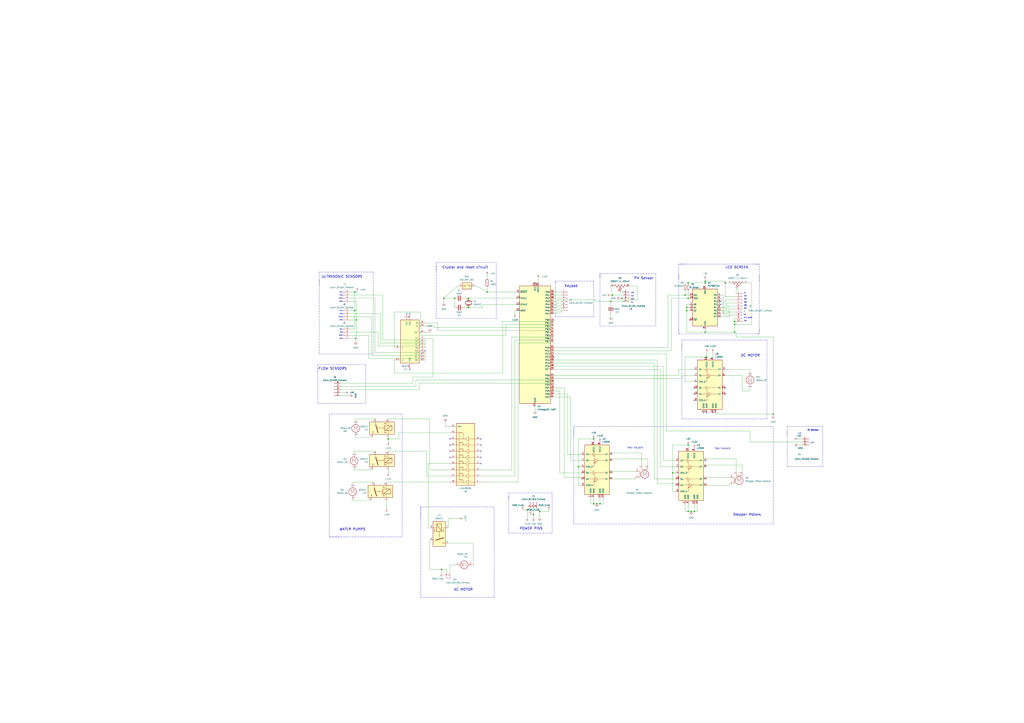
<source format=kicad_sch>
(kicad_sch (version 20211123) (generator eeschema)
  (paper "A1")
  (title_block (title "Final PCB") (date "2022-06-06"))
  (lib_symbols
    (symbol "4xxx:4052" (pin_names (offset 1.016))
      (property "Reference" "U" (at -7.62 19.05 0))
      (property "Value" "4052" (at -7.62 -19.05 0))
      (symbol "4052_1_0"
        (pin passive line (at -12.7 5.08 0) (length 5.08) (name "Y0") (number "1"))
        (pin input line (at -12.7 -12.7 0) (length 5.08) (name "A") (number "10"))
        (pin passive line (at -12.7 7.62 0) (length 5.08) (name "X3") (number "11"))
        (pin passive line (at -12.7 15.24 0) (length 5.08) (name "X0") (number "12"))
        (pin passive line (at 12.7 15.24 180) (length 5.08) (name "X") (number "13"))
        (pin passive line (at -12.7 12.7 0) (length 5.08) (name "X1") (number "14"))
        (pin passive line (at -12.7 10.16 0) (length 5.08) (name "X2") (number "15"))
        (pin power_in line (at 0 22.86 270) (length 5.08) (name "VDD") (number "16"))
        (pin passive line (at -12.7 0 0) (length 5.08) (name "Y2") (number "2"))
        (pin passive line (at 12.7 5.08 180) (length 5.08) (name "Y") (number "3"))
        (pin passive line (at -12.7 -2.54 0) (length 5.08) (name "Y3") (number "4"))
        (pin passive line (at -12.7 2.54 0) (length 5.08) (name "Y1") (number "5"))
        (pin input line (at -12.7 -7.62 0) (length 5.08) (name "Inh") (number "6"))
        (pin power_in line (at 2.54 -22.86 90) (length 5.08) (name "VEE") (number "7"))
        (pin power_in line (at 0 -22.86 90) (length 5.08) (name "VSS") (number "8"))
        (pin input line (at -12.7 -15.24 0) (length 5.08) (name "B") (number "9"))
      )
    )
    (symbol "Connector:Conn_01x02_Female" (pin_names (offset 1.016) hide)
      (property "Reference" "J" (at 0 2.54 0))
      (property "Value" "Conn_01x02_Female" (at 0 -5.08 0))
      (symbol "Conn_01x02_Female_1_1"
        (pin passive line (at -5.08 0 0) (length 3.81) (name "Pin_1") (number "1"))
        (pin passive line (at -5.08 -2.54 0) (length 3.81) (name "Pin_2") (number "2"))
      )
    )
    (symbol "Connector:Conn_01x03_Female" (pin_names (offset 1.016) hide)
      (property "Reference" "J" (at 0 5.08 0))
      (property "Value" "Conn_01x03_Female" (at 0 -5.08 0))
      (symbol "Conn_01x03_Female_1_1"
        (pin passive line (at -5.08 2.54 0) (length 3.81) (name "Pin_1") (number "1"))
        (pin passive line (at -5.08 0 0) (length 3.81) (name "Pin_2") (number "2"))
        (pin passive line (at -5.08 -2.54 0) (length 3.81) (name "Pin_3") (number "3"))
      )
    )
    (symbol "Connector:Conn_01x04_Female" (pin_names (offset 1.016) hide)
      (property "Reference" "J" (at 0 5.08 0))
      (property "Value" "Conn_01x04_Female" (at 0 -7.62 0))
      (symbol "Conn_01x04_Female_1_1"
        (pin passive line (at -5.08 2.54 0) (length 3.81) (name "Pin_1") (number "1"))
        (pin passive line (at -5.08 0 0) (length 3.81) (name "Pin_2") (number "2"))
        (pin passive line (at -5.08 -2.54 0) (length 3.81) (name "Pin_3") (number "3"))
        (pin passive line (at -5.08 -5.08 0) (length 3.81) (name "Pin_4") (number "4"))
      )
    )
    (symbol "Connector:Conn_01x05_Female" (pin_names (offset 1.016) hide)
      (property "Reference" "J" (at 0 7.62 0))
      (property "Value" "Conn_01x05_Female" (at 0 -7.62 0))
      (symbol "Conn_01x05_Female_1_1"
        (pin passive line (at -5.08 5.08 0) (length 3.81) (name "Pin_1") (number "1"))
        (pin passive line (at -5.08 2.54 0) (length 3.81) (name "Pin_2") (number "2"))
        (pin passive line (at -5.08 0 0) (length 3.81) (name "Pin_3") (number "3"))
        (pin passive line (at -5.08 -2.54 0) (length 3.81) (name "Pin_4") (number "4"))
        (pin passive line (at -5.08 -5.08 0) (length 3.81) (name "Pin_5") (number "5"))
      )
    )
    (symbol "Connector:Conn_01x07_Female" (pin_names (offset 1.016) hide)
      (property "Reference" "J" (at 0 10.16 0))
      (property "Value" "Conn_01x07_Female" (at 0 -10.16 0))
      (symbol "Conn_01x07_Female_1_1"
        (pin passive line (at -5.08 7.62 0) (length 3.81) (name "Pin_1") (number "1"))
        (pin passive line (at -5.08 5.08 0) (length 3.81) (name "Pin_2") (number "2"))
        (pin passive line (at -5.08 2.54 0) (length 3.81) (name "Pin_3") (number "3"))
        (pin passive line (at -5.08 0 0) (length 3.81) (name "Pin_4") (number "4"))
        (pin passive line (at -5.08 -2.54 0) (length 3.81) (name "Pin_5") (number "5"))
        (pin passive line (at -5.08 -5.08 0) (length 3.81) (name "Pin_6") (number "6"))
        (pin passive line (at -5.08 -7.62 0) (length 3.81) (name "Pin_7") (number "7"))
      )
    )
    (symbol "Connector:Conn_01x10_Female" (pin_names (offset 1.016) hide)
      (property "Reference" "J" (at 0 12.7 0))
      (property "Value" "Conn_01x10_Female" (at 0 -15.24 0))
      (symbol "Conn_01x10_Female_1_1"
        (pin passive line (at -5.08 10.16 0) (length 3.81) (name "Pin_1") (number "1"))
        (pin passive line (at -5.08 -12.7 0) (length 3.81) (name "Pin_10") (number "10"))
        (pin passive line (at -5.08 7.62 0) (length 3.81) (name "Pin_2") (number "2"))
        (pin passive line (at -5.08 5.08 0) (length 3.81) (name "Pin_3") (number "3"))
        (pin passive line (at -5.08 2.54 0) (length 3.81) (name "Pin_4") (number "4"))
        (pin passive line (at -5.08 0 0) (length 3.81) (name "Pin_5") (number "5"))
        (pin passive line (at -5.08 -2.54 0) (length 3.81) (name "Pin_6") (number "6"))
        (pin passive line (at -5.08 -5.08 0) (length 3.81) (name "Pin_7") (number "7"))
        (pin passive line (at -5.08 -7.62 0) (length 3.81) (name "Pin_8") (number "8"))
        (pin passive line (at -5.08 -10.16 0) (length 3.81) (name "Pin_9") (number "9"))
      )
    )
    (symbol "Device:C" (pin_numbers hide) (pin_names (offset 0.254))
      (property "Reference" "C" (at 0.635 2.54 0))
      (property "Value" "C" (at 0.635 -2.54 0))
      (symbol "C_1_1"
        (pin passive line (at 0 3.81 270) (length 2.794) (name "~") (number "1"))
        (pin passive line (at 0 -3.81 90) (length 2.794) (name "~") (number "2"))
      )
    )
    (symbol "Device:Crystal" (pin_names (offset 1.016) hide)
      (property "Reference" "Y" (at 0 3.81 0))
      (property "Value" "Crystal" (at 0 -3.81 0))
      (symbol "Crystal_1_1"
        (pin passive line (at -3.81 0 0) (length 1.27) (name "1") (number "1"))
        (pin passive line (at 3.81 0 180) (length 1.27) (name "2") (number "2"))
      )
    )
    (symbol "Device:R" (pin_numbers hide) (pin_names (offset 0))
      (property "Reference" "R" (at 2.032 0 90))
      (property "Value" "R" (at 0 0 90))
      (symbol "R_1_1"
        (pin passive line (at 0 3.81 270) (length 1.27) (name "~") (number "1"))
        (pin passive line (at 0 -3.81 90) (length 1.27) (name "~") (number "2"))
      )
    )
    (symbol "Device:R_Small" (pin_numbers hide) (pin_names (offset 0.254) hide)
      (property "Reference" "R" (at 0.762 0.508 0))
      (property "Value" "R_Small" (at 0.762 -1.016 0))
      (symbol "R_Small_1_1"
        (pin passive line (at 0 2.54 270) (length 0.762) (name "~") (number "1"))
        (pin passive line (at 0 -2.54 90) (length 0.762) (name "~") (number "2"))
      )
    )
    (symbol "Driver_Motor:L293D" (pin_names (offset 1.016))
      (property "Reference" "U" (at -5.08 26.035 0))
      (property "Value" "L293D" (at -5.08 24.13 0))
      (symbol "L293D_1_1"
        (pin input line (at -12.7 5.08 0) (length 2.54) (name "EN1,2") (number "1"))
        (pin input line (at -12.7 0 0) (length 2.54) (name "3A") (number "10"))
        (pin output line (at 12.7 0 180) (length 2.54) (name "3Y") (number "11"))
        (pin power_in line (at 2.54 -20.32 90) (length 2.54) (name "GND") (number "12"))
        (pin power_in line (at 5.08 -20.32 90) (length 2.54) (name "GND") (number "13"))
        (pin output line (at 12.7 -5.08 180) (length 2.54) (name "4Y") (number "14"))
        (pin input line (at -12.7 -5.08 0) (length 2.54) (name "4A") (number "15"))
        (pin power_in line (at -2.54 25.4 270) (length 2.54) (name "VCC1") (number "16"))
        (pin input line (at -12.7 15.24 0) (length 2.54) (name "1A") (number "2"))
        (pin output line (at 12.7 15.24 180) (length 2.54) (name "1Y") (number "3"))
        (pin power_in line (at -5.08 -20.32 90) (length 2.54) (name "GND") (number "4"))
        (pin power_in line (at -2.54 -20.32 90) (length 2.54) (name "GND") (number "5"))
        (pin output line (at 12.7 10.16 180) (length 2.54) (name "2Y") (number "6"))
        (pin input line (at -12.7 10.16 0) (length 2.54) (name "2A") (number "7"))
        (pin power_in line (at 2.54 25.4 270) (length 2.54) (name "VCC2") (number "8"))
        (pin input line (at -12.7 -10.16 0) (length 2.54) (name "EN3,4") (number "9"))
      )
    )
    (symbol "Interface_Expansion:PCF8574A"
      (property "Reference" "U" (at -8.89 16.51 0))
      (property "Value" "PCF8574A" (at 2.54 16.51 0))
      (symbol "PCF8574A_1_1"
        (pin input line (at -12.7 2.54 0) (length 2.54) (name "A0") (number "1"))
        (pin bidirectional line (at 12.7 -2.54 180) (length 2.54) (name "P5") (number "10"))
        (pin bidirectional line (at 12.7 -5.08 180) (length 2.54) (name "P6") (number "11"))
        (pin bidirectional line (at 12.7 -7.62 180) (length 2.54) (name "P7") (number "12"))
        (pin open_collector output_low (at -12.7 -10.16 0) (length 2.54) (name "~{INT}") (number "13"))
        (pin input line (at -12.7 10.16 0) (length 2.54) (name "SCL") (number "14"))
        (pin bidirectional line (at -12.7 7.62 0) (length 2.54) (name "SDA") (number "15"))
        (pin power_in line (at 0 17.78 270) (length 2.54) (name "VDD") (number "16"))
        (pin input line (at -12.7 0 0) (length 2.54) (name "A1") (number "2"))
        (pin input line (at -12.7 -2.54 0) (length 2.54) (name "A2") (number "3"))
        (pin bidirectional line (at 12.7 10.16 180) (length 2.54) (name "P0") (number "4"))
        (pin bidirectional line (at 12.7 7.62 180) (length 2.54) (name "P1") (number "5"))
        (pin bidirectional line (at 12.7 5.08 180) (length 2.54) (name "P2") (number "6"))
        (pin bidirectional line (at 12.7 2.54 180) (length 2.54) (name "P3") (number "7"))
        (pin power_in line (at 0 -17.78 90) (length 2.54) (name "VSS") (number "8"))
        (pin bidirectional line (at 12.7 0 180) (length 2.54) (name "P4") (number "9"))
      )
    )
    (symbol "MCU_Microchip_ATmega:ATmega32-16P"
      (property "Reference" "U" (at -12.7 49.53 0))
      (property "Value" "ATmega32-16P" (at 2.54 -49.53 0))
      (symbol "ATmega32-16P_1_1"
        (pin bidirectional line (at 15.24 20.32 180) (length 2.54) (name "PB0") (number "1"))
        (pin power_in line (at 0 50.8 270) (length 2.54) (name "VCC") (number "10"))
        (pin power_in line (at 0 -50.8 90) (length 2.54) (name "GND") (number "11"))
        (pin output line (at -15.24 33.02 0) (length 2.54) (name "XTAL2") (number "12"))
        (pin input line (at -15.24 38.1 0) (length 2.54) (name "XTAL1") (number "13"))
        (pin bidirectional line (at 15.24 -25.4 180) (length 2.54) (name "PD0") (number "14"))
        (pin bidirectional line (at 15.24 -27.94 180) (length 2.54) (name "PD1") (number "15"))
        (pin bidirectional line (at 15.24 -30.48 180) (length 2.54) (name "PD2") (number "16"))
        (pin bidirectional line (at 15.24 -33.02 180) (length 2.54) (name "PD3") (number "17"))
        (pin bidirectional line (at 15.24 -35.56 180) (length 2.54) (name "PD4") (number "18"))
        (pin bidirectional line (at 15.24 -38.1 180) (length 2.54) (name "PD5") (number "19"))
        (pin bidirectional line (at 15.24 17.78 180) (length 2.54) (name "PB1") (number "2"))
        (pin bidirectional line (at 15.24 -40.64 180) (length 2.54) (name "PD6") (number "20"))
        (pin bidirectional line (at 15.24 -43.18 180) (length 2.54) (name "PD7") (number "21"))
        (pin bidirectional line (at 15.24 -2.54 180) (length 2.54) (name "PC0") (number "22"))
        (pin bidirectional line (at 15.24 -5.08 180) (length 2.54) (name "PC1") (number "23"))
        (pin bidirectional line (at 15.24 -7.62 180) (length 2.54) (name "PC2") (number "24"))
        (pin bidirectional line (at 15.24 -10.16 180) (length 2.54) (name "PC3") (number "25"))
        (pin bidirectional line (at 15.24 -12.7 180) (length 2.54) (name "PC4") (number "26"))
        (pin bidirectional line (at 15.24 -15.24 180) (length 2.54) (name "PC5") (number "27"))
        (pin bidirectional line (at 15.24 -17.78 180) (length 2.54) (name "PC6") (number "28"))
        (pin bidirectional line (at 15.24 -20.32 180) (length 2.54) (name "PC7") (number "29"))
        (pin bidirectional line (at 15.24 15.24 180) (length 2.54) (name "PB2") (number "3"))
        (pin power_in line (at 2.54 50.8 270) (length 2.54) (name "AVCC") (number "30"))
        (pin passive line (at 0 -50.8 90) (length 2.54) hide (name "GND") (number "31"))
        (pin passive line (at -15.24 27.94 0) (length 2.54) (name "AREF") (number "32"))
        (pin bidirectional line (at 15.24 25.4 180) (length 2.54) (name "PA7") (number "33"))
        (pin bidirectional line (at 15.24 27.94 180) (length 2.54) (name "PA6") (number "34"))
        (pin bidirectional line (at 15.24 30.48 180) (length 2.54) (name "PA5") (number "35"))
        (pin bidirectional line (at 15.24 33.02 180) (length 2.54) (name "PA4") (number "36"))
        (pin bidirectional line (at 15.24 35.56 180) (length 2.54) (name "PA3") (number "37"))
        (pin bidirectional line (at 15.24 38.1 180) (length 2.54) (name "PA2") (number "38"))
        (pin bidirectional line (at 15.24 40.64 180) (length 2.54) (name "PA1") (number "39"))
        (pin bidirectional line (at 15.24 12.7 180) (length 2.54) (name "PB3") (number "4"))
        (pin bidirectional line (at 15.24 43.18 180) (length 2.54) (name "PA0") (number "40"))
        (pin bidirectional line (at 15.24 10.16 180) (length 2.54) (name "PB4") (number "5"))
        (pin bidirectional line (at 15.24 7.62 180) (length 2.54) (name "PB5") (number "6"))
        (pin bidirectional line (at 15.24 5.08 180) (length 2.54) (name "PB6") (number "7"))
        (pin bidirectional line (at 15.24 2.54 180) (length 2.54) (name "PB7") (number "8"))
        (pin input line (at -15.24 43.18 0) (length 2.54) (name "~{RESET}") (number "9"))
      )
    )
    (symbol "Motor:Motor_AC" (pin_names (offset 0))
      (property "Reference" "M" (at 2.54 2.54 0))
      (property "Value" "Motor_AC" (at 2.54 -5.08 0))
      (symbol "Motor_AC_1_1"
        (pin passive line (at 0 5.08 270) (length 2.54) (name "~") (number "1"))
        (pin passive line (at 0 -7.62 90) (length 2.54) (name "~") (number "2"))
      )
    )
    (symbol "Motor:Motor_DC" (pin_names (offset 0))
      (property "Reference" "M" (at 2.54 2.54 0))
      (property "Value" "Motor_DC" (at 2.54 -5.08 0))
      (symbol "Motor_DC_1_1"
        (pin passive line (at 0 5.08 270) (length 2.54) (name "+") (number "1"))
        (pin passive line (at 0 -7.62 90) (length 2.54) (name "-") (number "2"))
      )
    )
    (symbol "Motor:Stepper_Motor_bipolar" (pin_names (offset 0) hide)
      (property "Reference" "M" (at 3.81 2.54 0))
      (property "Value" "Stepper_Motor_bipolar" (at 3.81 1.27 0))
      (symbol "Stepper_Motor_bipolar_1_1"
        (pin passive line (at -2.54 7.62 270) (length 2.54) (name "~") (number "1"))
        (pin passive line (at 2.54 7.62 270) (length 2.54) (name "-") (number "2"))
        (pin passive line (at -7.62 2.54 0) (length 2.54) (name "~") (number "3"))
        (pin passive line (at -7.62 -2.54 0) (length 2.54) (name "~") (number "4"))
      )
    )
    (symbol "Relay:ADW11"
      (property "Reference" "K" (at 11.43 3.81 0))
      (property "Value" "ADW11" (at 13.97 1.27 0))
      (symbol "ADW11_1_1"
        (text "R+" (at -3.048 -3.556 0) (effects (font (size 1.016 1.016))))
        (text "S+" (at -3.048 3.556 0) (effects (font (size 1.016 1.016))))
        (pin passive line (at -5.08 7.62 270) (length 2.54) (name "~") (number "1"))
        (pin passive line (at 7.62 7.62 270) (length 2.54) (name "~") (number "3"))
        (pin passive line (at 5.08 -7.62 90) (length 2.54) (name "~") (number "5"))
        (pin passive line (at -5.08 -7.62 90) (length 2.54) (name "~") (number "6"))
      )
    )
    (symbol "Switch:SW_DIP_x01" (pin_names (offset 0) hide)
      (property "Reference" "SW" (at 0 3.81 0))
      (property "Value" "SW_DIP_x01" (at 0 -3.81 0))
      (symbol "SW_DIP_x01_1_1"
        (pin passive line (at -7.62 0 0) (length 5.08) (name "~") (number "1"))
        (pin passive line (at 7.62 0 180) (length 5.08) (name "~") (number "2"))
      )
    )
    (symbol "ULN2803A:ULN2803A" (pin_names (offset 1.016))
      (property "Reference" "U" (at -7.62 26.67 0))
      (property "Value" "ULN2803A" (at -7.62 -26.67 0))
      (symbol "ULN2803A_0_0"
        (pin input line (at -12.7 22.86 0) (length 5.08) (name "~") (number "1"))
        (pin output line (at 12.7 -17.78 180) (length 5.08) (name "~") (number "10"))
        (pin output line (at 12.7 -12.7 180) (length 5.08) (name "~") (number "11"))
        (pin output line (at 12.7 -7.62 180) (length 5.08) (name "~") (number "12"))
        (pin output line (at 12.7 -2.54 180) (length 5.08) (name "~") (number "13"))
        (pin output line (at 12.7 2.54 180) (length 5.08) (name "~") (number "14"))
        (pin output line (at 12.7 7.62 180) (length 5.08) (name "~") (number "15"))
        (pin output line (at 12.7 12.7 180) (length 5.08) (name "~") (number "16"))
        (pin output line (at 12.7 17.78 180) (length 5.08) (name "~") (number "17"))
        (pin output line (at 12.7 22.86 180) (length 5.08) (name "~") (number "18"))
        (pin input line (at -12.7 17.78 0) (length 5.08) (name "~") (number "2"))
        (pin input line (at -12.7 12.7 0) (length 5.08) (name "~") (number "3"))
        (pin input line (at -12.7 7.62 0) (length 5.08) (name "~") (number "4"))
        (pin input line (at -12.7 2.54 0) (length 5.08) (name "~") (number "5"))
        (pin input line (at -12.7 -2.54 0) (length 5.08) (name "~") (number "6"))
        (pin input line (at -12.7 -7.62 0) (length 5.08) (name "~") (number "7"))
        (pin input line (at -12.7 -12.7 0) (length 5.08) (name "~") (number "8"))
        (pin power_in line (at 12.7 -22.86 180) (length 5.08) (name "GND") (number "9"))
      )
    )
    (symbol "power:+12V" (power) (pin_names (offset 0))
      (property "Value" "+12V" (at 0 3.556 0))
      (symbol "+12V_1_1"
        (pin power_in line (at 0 0 90) (length 0) hide (name "+12V") (number "1"))
      )
    )
    (symbol "power:+5V" (power) (pin_names (offset 0))
      (property "Value" "+5V" (at 0 3.556 0))
      (symbol "+5V_1_1"
        (pin power_in line (at 0 0 90) (length 0) hide (name "+5V") (number "1"))
      )
    )
    (symbol "power:GND" (power) (pin_names (offset 0))
      (property "Value" "GND" (at 0 -3.81 0))
      (symbol "GND_1_1"
        (pin power_in line (at 0 0 270) (length 0) hide (name "GND") (number "1"))
      )
    )
    (symbol "power:PWR_FLAG" (power) (pin_numbers hide) (pin_names (offset 0) hide)
      (property "Value" "PWR_FLAG" (at 0 3.81 0))
      (symbol "PWR_FLAG_0_0"
        (pin power_out line (at 0 0 90) (length 0) (name "pwr") (number "1"))
      )
    )
    (symbol "variable resistor:3352T-1-254LF" (pin_names (offset 1.016) hide)
      (property "Reference" "R" (at -5.08 5.08 0))
      (property "Value" "3352T-1-254LF" (at -5.08 2.54 0))
      (symbol "3352T-1-254LF_0_0"
        (pin passive line (at -7.62 0 0) (length 2.54) (name "~") (number "1"))
        (pin passive line (at 0 -5.08 90) (length 2.54) (name "~") (number "2"))
        (pin passive line (at 7.62 0 180) (length 2.54) (name "~") (number "3"))
      )
    )
  )
  (junction (at 501.65 247.65))
  (junction (at 565.15 420.37))
  (junction (at 562.61 242.57))
  (junction (at 552.45 388.62))
  (junction (at 490.22 414.02))
  (junction (at 474.98 383.54))
  (junction (at 492.76 414.02))
  (junction (at 487.68 414.02))
  (junction (at 635 340.36))
  (junction (at 433.07 419.1))
  (junction (at 579.12 273.05))
  (junction (at 510.54 245.11))
  (junction (at 579.12 231.14))
  (junction (at 565.15 232.41))
  (junction (at 563.88 252.73))
  (junction (at 603.25 266.7))
  (junction (at 443.23 420.37))
  (junction (at 291.465 255.27))
  (junction (at 563.88 255.27))
  (junction (at 579.12 232.41))
  (junction (at 292.735 262.89))
  (junction (at 373.38 245.11))
  (junction (at 384.81 252.73))
  (junction (at 580.39 293.37))
  (junction (at 292.1 278.13))
  (junction (at 567.69 420.37))
  (junction (at 364.49 245.11))
  (junction (at 487.68 360.68))
  (junction (at 603.25 264.16))
  (junction (at 595.63 232.41))
  (junction (at 565.15 365.76))
  (junction (at 384.81 245.11))
  (junction (at 438.15 422.91))
  (junction (at 362.585 467.995))
  (junction (at 400.05 240.03))
  (junction (at 603.25 273.05))
  (junction (at 502.92 242.57))
  (junction (at 291.465 240.03))
  (junction (at 565.15 245.11))
  (junction (at 570.23 420.37))
  (junction (at 318.77 360.68))
  (no_connect (at 591.82 250.19))
  (no_connect (at 595.63 318.77))
  (no_connect (at 595.63 323.85))
  (no_connect (at 570.23 323.85))
  (no_connect (at 570.23 328.93))
  (no_connect (at 577.85 339.09))
  (no_connect (at 580.39 339.09))
  (no_connect (at 585.47 339.09))
  (no_connect (at 570.23 318.77))
  (no_connect (at 591.82 247.65))
  (no_connect (at 454.66 293.37))
  (no_connect (at 394.97 360.68))
  (no_connect (at 394.97 365.76))
  (no_connect (at 394.97 370.84))
  (no_connect (at 394.97 381))
  (no_connect (at 394.97 375.92))
  (no_connect (at 369.57 360.68))
  (no_connect (at 369.57 365.76))
  (no_connect (at 369.57 370.84))
  (no_connect (at 566.42 262.89))
  (no_connect (at 369.57 375.92))
  (no_connect (at 336.55 303.53))
  (no_connect (at 454.66 262.89))
  (no_connect (at 439.42 232.41))
  (no_connect (at 349.25 288.29))
  (no_connect (at 334.01 257.81))
  (no_connect (at 336.55 257.81))
  (polyline (pts (xy 471.17 351.79) (xy 471.17 430.53)))
  (polyline (pts (xy 270.51 441.325) (xy 280.035 441.325)))
  (wire (pts (xy 457.2 256.54) (xy 457.2 257.81)))
  (polyline (pts (xy 560.07 344.17) (xy 629.92 344.17)))
  (wire (pts (xy 443.23 417.83) (xy 443.23 420.37)))
  (polyline (pts (xy 455.93 231.14) (xy 455.93 232.41)))
  (polyline (pts (xy 635 430.53) (xy 635 350.52)))
  (wire (pts (xy 501.65 234.95) (xy 502.92 242.57)))
  (wire (pts (xy 425.45 281.94) (xy 454.66 281.94)))
  (wire (pts (xy 659.13 363.22) (xy 615.95 363.22)))
  (polyline (pts (xy 623.57 217.17) (xy 619.76 217.17)))
  (wire (pts (xy 443.23 420.37) (xy 443.23 425.45)))
  (wire (pts (xy 351.79 433.705) (xy 353.06 433.705)))
  (wire (pts (xy 454.66 288.29) (xy 551.18 288.29)))
  (wire (pts (xy 547.37 290.83) (xy 547.37 354.33)))
  (wire (pts (xy 420.37 276.86) (xy 420.37 386.08)))
  (wire (pts (xy 305.435 260.35) (xy 305.435 292.1)))
  (wire (pts (xy 279.4 314.96) (xy 339.09 314.96)))
  (wire (pts (xy 422.91 255.27) (xy 422.91 257.81)))
  (wire (pts (xy 365.76 346.71) (xy 365.76 350.52)))
  (wire (pts (xy 595.63 303.53) (xy 615.95 303.53)))
  (wire (pts (xy 312.42 257.81) (xy 312.42 281.94)))
  (wire (pts (xy 306.07 359.41) (xy 292.1 359.41)))
  (wire (pts (xy 381 245.11) (xy 384.81 245.11)))
  (wire (pts (xy 350.52 391.16) (xy 369.57 391.16)))
  (wire (pts (xy 477.52 383.54) (xy 474.98 383.54)))
  (wire (pts (xy 454.66 257.81) (xy 457.2 257.81)))
  (polyline (pts (xy 345.44 416.56) (xy 345.44 426.72)))
  (wire (pts (xy 312.42 281.94) (xy 349.25 281.94)))
  (wire (pts (xy 635 340.36) (xy 635 341.63)))
  (wire (pts (xy 415.29 266.7) (xy 454.66 266.7)))
  (wire (pts (xy 585.47 289.56) (xy 585.47 293.37)))
  (wire (pts (xy 492.76 408.94) (xy 492.76 414.02)))
  (wire (pts (xy 580.39 382.27) (xy 580.39 383.54)))
  (wire (pts (xy 359.41 271.78) (xy 454.66 271.78)))
  (wire (pts (xy 532.13 377.19) (xy 502.92 377.19)))
  (wire (pts (xy 595.63 232.41) (xy 598.17 232.41)))
  (polyline (pts (xy 635 350.52) (xy 471.17 350.52)))
  (wire (pts (xy 450.85 420.37) (xy 450.85 419.1)))
  (wire (pts (xy 548.64 242.57) (xy 562.61 242.57)))
  (wire (pts (xy 364.49 245.11) (xy 364.49 248.92)))
  (wire (pts (xy 552.45 388.62) (xy 552.45 403.86)))
  (wire (pts (xy 435.61 422.91) (xy 438.15 422.91)))
  (wire (pts (xy 377.19 426.085) (xy 368.3 426.085)))
  (wire (pts (xy 474.98 360.68) (xy 474.98 383.54)))
  (wire (pts (xy 440.69 417.83) (xy 443.23 417.83)))
  (wire (pts (xy 615.95 303.53) (xy 615.95 306.07)))
  (wire (pts (xy 461.01 250.19) (xy 461.01 251.46)))
  (wire (pts (xy 565.15 414.02) (xy 565.15 420.37)))
  (wire (pts (xy 523.24 234.95) (xy 523.24 246.38)))
  (wire (pts (xy 307.975 289.56) (xy 349.25 289.56)))
  (wire (pts (xy 290.83 370.84) (xy 290.83 372.11)))
  (wire (pts (xy 308.61 344.17) (xy 292.1 344.17)))
  (wire (pts (xy 289.56 396.24) (xy 289.56 397.51)))
  (wire (pts (xy 422.91 391.16) (xy 394.97 391.16)))
  (wire (pts (xy 292.1 278.13) (xy 292.1 280.67)))
  (wire (pts (xy 287.02 247.65) (xy 292.735 247.65)))
  (wire (pts (xy 384.81 245.11) (xy 424.18 245.11)))
  (wire (pts (xy 368.3 426.085) (xy 368.3 433.705)))
  (wire (pts (xy 580.39 289.56) (xy 580.39 293.37)))
  (wire (pts (xy 466.09 323.85) (xy 466.09 373.38)))
  (wire (pts (xy 293.37 239.395) (xy 293.37 240.03)))
  (wire (pts (xy 565.15 245.11) (xy 566.42 245.11)))
  (wire (pts (xy 609.6 308.61) (xy 609.6 321.31)))
  (wire (pts (xy 487.68 360.68) (xy 474.98 360.68)))
  (wire (pts (xy 362.585 467.995) (xy 367.03 467.995)))
  (polyline (pts (xy 560.07 279.4) (xy 560.07 287.02)))
  (wire (pts (xy 501.65 247.65) (xy 488.95 247.65)))
  (wire (pts (xy 307.34 396.24) (xy 289.56 396.24)))
  (wire (pts (xy 604.52 237.49) (xy 604.52 241.3)))
  (wire (pts (xy 454.66 269.24) (xy 454.66 270.51)))
  (wire (pts (xy 305.435 292.1) (xy 349.25 292.1)))
  (wire (pts (xy 655.32 360.68) (xy 659.13 360.68)))
  (wire (pts (xy 595.63 246.38) (xy 604.52 246.38)))
  (wire (pts (xy 579.12 232.41) (xy 579.12 234.95)))
  (wire (pts (xy 516.89 234.95) (xy 523.24 234.95)))
  (wire (pts (xy 454.66 245.11) (xy 461.01 245.11)))
  (wire (pts (xy 349.25 281.94) (xy 349.25 283.21)))
  (wire (pts (xy 502.92 242.57) (xy 511.81 242.57)))
  (wire (pts (xy 454.66 271.78) (xy 454.66 273.05)))
  (wire (pts (xy 454.66 275.59) (xy 454.66 276.86)))
  (wire (pts (xy 599.44 398.78) (xy 599.44 397.51)))
  (wire (pts (xy 306.07 386.08) (xy 290.83 386.08)))
  (wire (pts (xy 487.68 414.02) (xy 490.22 414.02)))
  (wire (pts (xy 562.61 242.57) (xy 566.42 242.57)))
  (polyline (pts (xy 260.985 331.47) (xy 300.355 331.47)))
  (wire (pts (xy 454.66 264.16) (xy 454.66 265.43)))
  (wire (pts (xy 349.25 294.64) (xy 349.25 295.91)))
  (wire (pts (xy 454.66 247.65) (xy 457.2 247.65)))
  (polyline (pts (xy 405.765 490.855) (xy 405.765 416.56)))
  (wire (pts (xy 381 252.73) (xy 384.81 252.73)))
  (wire (pts (xy 287.02 257.81) (xy 312.42 257.81)))
  (wire (pts (xy 579.12 270.51) (xy 579.12 273.05)))
  (wire (pts (xy 461.01 252.73) (xy 461.01 254)))
  (wire (pts (xy 554.99 388.62) (xy 552.45 388.62)))
  (wire (pts (xy 501.65 247.65) (xy 501.65 250.19)))
  (wire (pts (xy 454.66 311.15) (xy 560.07 311.15)))
  (wire (pts (xy 566.42 250.19) (xy 563.88 250.19)))
  (wire (pts (xy 580.39 398.78) (xy 599.44 398.78)))
  (wire (pts (xy 369.57 464.185) (xy 369.57 470.535)))
  (wire (pts (xy 292.1 278.13) (xy 287.02 278.13)))
  (wire (pts (xy 599.44 392.43) (xy 580.39 392.43)))
  (wire (pts (xy 317.5 396.24) (xy 369.57 396.24)))
  (wire (pts (xy 454.66 318.77) (xy 463.55 318.77)))
  (wire (pts (xy 318.77 370.84) (xy 350.52 370.84)))
  (wire (pts (xy 579.12 273.05) (xy 603.25 273.05)))
  (polyline (pts (xy 646.43 350.52) (xy 646.43 356.87)))
  (wire (pts (xy 560.07 308.61) (xy 570.23 308.61)))
  (wire (pts (xy 287.02 255.27) (xy 291.465 255.27)))
  (wire (pts (xy 369.57 381) (xy 351.79 381)))
  (polyline (pts (xy 455.93 260.35) (xy 487.68 260.35)))
  (wire (pts (xy 304.8 411.48) (xy 289.56 411.48)))
  (wire (pts (xy 364.49 245.11) (xy 373.38 245.11)))
  (wire (pts (xy 510.54 246.38) (xy 510.54 245.11)))
  (wire (pts (xy 454.66 242.57) (xy 461.01 242.57)))
  (wire (pts (xy 563.88 255.27) (xy 566.42 255.27)))
  (polyline (pts (xy 300.355 299.72) (xy 260.985 299.72)))
  (wire (pts (xy 595.63 252.73) (xy 595.63 246.38)))
  (wire (pts (xy 279.4 325.12) (xy 287.02 325.12)))
  (wire (pts (xy 562.61 420.37) (xy 565.15 420.37)))
  (wire (pts (xy 485.14 408.94) (xy 485.14 414.02)))
  (polyline (pts (xy 453.39 438.15) (xy 453.39 405.13)))
  (wire (pts (xy 492.76 414.02) (xy 490.22 414.02)))
  (wire (pts (xy 454.66 303.53) (xy 542.29 303.53)))
  (wire (pts (xy 539.75 295.91) (xy 539.75 397.51)))
  (wire (pts (xy 457.2 254) (xy 457.2 255.27)))
  (wire (pts (xy 314.325 279.4) (xy 349.25 279.4)))
  (wire (pts (xy 603.25 264.16) (xy 604.52 264.16)))
  (wire (pts (xy 509.27 240.03) (xy 511.81 240.03)))
  (wire (pts (xy 551.18 245.11) (xy 565.15 245.11)))
  (wire (pts (xy 603.25 266.7) (xy 603.25 273.05)))
  (wire (pts (xy 604.52 276.86) (xy 635 276.86)))
  (wire (pts (xy 362.585 467.995) (xy 362.585 471.17)))
  (polyline (pts (xy 675.64 383.54) (xy 675.64 350.52)))
  (polyline (pts (xy 407.67 261.62) (xy 407.67 215.9)))
  (wire (pts (xy 323.85 306.705) (xy 412.75 306.705)))
  (wire (pts (xy 579.12 231.14) (xy 579.12 232.41)))
  (wire (pts (xy 454.66 313.69) (xy 454.66 312.42)))
  (wire (pts (xy 454.66 308.61) (xy 557.53 308.61)))
  (wire (pts (xy 454.66 290.83) (xy 547.37 290.83)))
  (wire (pts (xy 454.66 252.73) (xy 457.2 252.73)))
  (wire (pts (xy 454.66 326.39) (xy 468.63 326.39)))
  (wire (pts (xy 542.29 383.54) (xy 554.99 383.54)))
  (polyline (pts (xy 358.14 218.44) (xy 358.14 261.62)))
  (wire (pts (xy 356.87 269.24) (xy 454.66 269.24)))
  (polyline (pts (xy 623.57 270.51) (xy 623.57 274.32)))
  (wire (pts (xy 598.17 257.81) (xy 598.17 251.46)))
  (wire (pts (xy 344.17 314.96) (xy 344.17 320.04)))
  (polyline (pts (xy 557.53 226.06) (xy 557.53 273.05)))
  (wire (pts (xy 287.02 273.05) (xy 310.515 273.05)))
  (polyline (pts (xy 487.68 260.35) (xy 487.68 231.14)))
  (wire (pts (xy 291.465 240.03) (xy 291.465 255.27)))
  (polyline (pts (xy 345.44 415.925) (xy 345.44 490.855)))
  (polyline (pts (xy 262.255 290.83) (xy 306.705 290.83)))
  (wire (pts (xy 572.77 420.37) (xy 570.23 420.37)))
  (wire (pts (xy 279.4 322.58) (xy 283.21 322.58)))
  (wire (pts (xy 454.66 279.4) (xy 454.66 278.13)))
  (wire (pts (xy 433.07 417.83) (xy 433.07 419.1)))
  (wire (pts (xy 461.01 247.65) (xy 461.01 248.92)))
  (wire (pts (xy 293.37 240.03) (xy 291.465 240.03)))
  (wire (pts (xy 318.77 360.68) (xy 318.77 363.22)))
  (wire (pts (xy 604.52 387.35) (xy 604.52 377.19)))
  (polyline (pts (xy 330.2 340.36) (xy 270.51 340.36)))
  (wire (pts (xy 323.85 256.54) (xy 345.44 256.54)))
  (wire (pts (xy 308.61 370.84) (xy 290.83 370.84)))
  (polyline (pts (xy 557.53 217.17) (xy 557.53 229.87)))
  (wire (pts (xy 613.41 232.41) (xy 617.22 232.41)))
  (wire (pts (xy 609.6 382.27) (xy 580.39 382.27)))
  (polyline (pts (xy 492.76 224.79) (xy 492.76 267.97)))
  (polyline (pts (xy 538.48 224.79) (xy 492.76 224.79)))
  (wire (pts (xy 341.63 312.42) (xy 341.63 317.5)))
  (wire (pts (xy 560.07 311.15) (xy 560.07 308.61)))
  (wire (pts (xy 318.77 359.41) (xy 318.77 360.68)))
  (wire (pts (xy 292.1 359.41) (xy 292.1 358.14)))
  (wire (pts (xy 291.465 270.51) (xy 287.02 270.51)))
  (wire (pts (xy 521.97 387.35) (xy 502.92 387.35)))
  (wire (pts (xy 435.61 417.83) (xy 433.07 417.83)))
  (wire (pts (xy 565.15 365.76) (xy 552.45 365.76)))
  (wire (pts (xy 391.16 234.95) (xy 400.05 240.03)))
  (wire (pts (xy 287.02 240.03) (xy 291.465 240.03)))
  (polyline (pts (xy 345.44 490.855) (xy 405.765 490.855)))
  (wire (pts (xy 457.2 248.92) (xy 457.2 250.19)))
  (wire (pts (xy 501.65 257.81) (xy 501.65 260.35)))
  (polyline (pts (xy 358.14 215.9) (xy 358.14 223.52)))
  (polyline (pts (xy 623.57 231.14) (xy 623.57 217.17)))
  (wire (pts (xy 454.66 240.03) (xy 461.01 240.03)))
  (wire (pts (xy 532.13 382.27) (xy 532.13 377.19)))
  (wire (pts (xy 425.45 281.94) (xy 425.45 396.24)))
  (polyline (pts (xy 417.83 405.13) (xy 417.83 410.21)))
  (polyline (pts (xy 262.255 223.52) (xy 262.255 234.315)))
  (wire (pts (xy 367.03 467.995) (xy 367.03 470.535)))
  (wire (pts (xy 454.66 323.85) (xy 466.09 323.85)))
  (wire (pts (xy 474.98 383.54) (xy 474.98 398.78)))
  (wire (pts (xy 563.88 252.73) (xy 566.42 252.73)))
  (wire (pts (xy 502.92 377.19) (xy 502.92 378.46)))
  (polyline (pts (xy 629.92 279.4) (xy 560.07 279.4)))
  (wire (pts (xy 466.09 373.38) (xy 477.52 373.38)))
  (wire (pts (xy 369.57 355.6) (xy 327.66 355.6)))
  (wire (pts (xy 412.75 306.705) (xy 412.75 264.16)))
  (wire (pts (xy 454.66 281.94) (xy 454.66 280.67)))
  (wire (pts (xy 537.21 393.7) (xy 554.99 393.7)))
  (wire (pts (xy 454.66 255.27) (xy 457.2 255.27)))
  (wire (pts (xy 400.05 236.22) (xy 400.05 240.03)))
  (wire (pts (xy 562.61 313.69) (xy 570.23 313.69)))
  (wire (pts (xy 287.02 262.89) (xy 292.735 262.89)))
  (polyline (pts (xy 455.93 231.14) (xy 455.93 260.35)))
  (polyline (pts (xy 306.705 223.52) (xy 262.255 223.52)))
  (wire (pts (xy 562.61 293.37) (xy 562.61 313.69)))
  (wire (pts (xy 310.515 284.48) (xy 349.25 284.48)))
  (wire (pts (xy 463.55 318.77) (xy 463.55 392.43)))
  (wire (pts (xy 595.63 308.61) (xy 609.6 308.61)))
  (wire (pts (xy 495.3 414.02) (xy 492.76 414.02)))
  (wire (pts (xy 593.09 256.54) (xy 604.52 256.54)))
  (polyline (pts (xy 646.43 354.33) (xy 646.43 383.54)))
  (wire (pts (xy 287.02 245.11) (xy 307.975 245.11)))
  (wire (pts (xy 604.52 377.19) (xy 580.39 377.19)))
  (wire (pts (xy 433.07 419.1) (xy 433.07 425.45)))
  (wire (pts (xy 454.66 285.75) (xy 548.64 285.75)))
  (polyline (pts (xy 417.83 407.67) (xy 417.83 438.15)))
  (wire (pts (xy 579.12 231.14) (xy 595.63 231.14)))
  (wire (pts (xy 323.85 295.91) (xy 323.85 306.705)))
  (wire (pts (xy 365.76 350.52) (xy 369.57 350.52)))
  (wire (pts (xy 287.02 260.35) (xy 305.435 260.35)))
  (wire (pts (xy 344.17 320.04) (xy 279.4 320.04)))
  (wire (pts (xy 415.29 275.59) (xy 415.29 266.7)))
  (wire (pts (xy 327.66 355.6) (xy 327.66 360.68)))
  (wire (pts (xy 369.57 464.185) (xy 374.65 464.185)))
  (wire (pts (xy 302.895 275.59) (xy 302.895 294.64)))
  (polyline (pts (xy 471.17 350.52) (xy 471.17 358.14)))
  (wire (pts (xy 353.06 467.995) (xy 362.585 467.995)))
  (wire (pts (xy 527.05 372.11) (xy 502.92 372.11)))
  (polyline (pts (xy 557.53 226.06) (xy 557.53 228.6)))
  (wire (pts (xy 635 276.86) (xy 635 340.36)))
  (wire (pts (xy 563.88 252.73) (xy 563.88 255.27)))
  (wire (pts (xy 384.81 252.73) (xy 396.24 252.73)))
  (wire (pts (xy 596.9 248.92) (xy 604.52 248.92)))
  (polyline (pts (xy 453.39 405.13) (xy 417.83 405.13)))
  (wire (pts (xy 350.52 370.84) (xy 350.52 391.16)))
  (wire (pts (xy 359.41 265.43) (xy 359.41 271.78)))
  (wire (pts (xy 318.77 386.08) (xy 318.77 388.62)))
  (wire (pts (xy 441.96 228.6) (xy 441.96 232.41)))
  (wire (pts (xy 510.54 245.11) (xy 511.81 245.11)))
  (wire (pts (xy 609.6 387.35) (xy 609.6 382.27)))
  (polyline (pts (xy 407.67 215.9) (xy 358.14 215.9)))
  (wire (pts (xy 461.01 254) (xy 457.2 254)))
  (wire (pts (xy 292.735 262.89) (xy 292.735 278.13)))
  (wire (pts (xy 289.56 411.48) (xy 289.56 410.21)))
  (wire (pts (xy 353.06 443.865) (xy 353.06 467.995)))
  (wire (pts (xy 565.15 232.41) (xy 565.15 233.68)))
  (wire (pts (xy 655.32 365.76) (xy 659.13 365.76)))
  (wire (pts (xy 355.6 309.88) (xy 355.6 278.13)))
  (polyline (pts (xy 492.76 267.97) (xy 538.48 267.97)))
  (wire (pts (xy 594.36 242.57) (xy 594.36 259.08)))
  (wire (pts (xy 488.95 246.38) (xy 457.2 246.38)))
  (wire (pts (xy 323.85 285.75) (xy 323.85 256.54)))
  (wire (pts (xy 388.62 446.405) (xy 388.62 464.185)))
  (wire (pts (xy 562.61 238.76) (xy 562.61 242.57)))
  (wire (pts (xy 327.66 360.68) (xy 318.77 360.68)))
  (wire (pts (xy 341.63 317.5) (xy 279.4 317.5)))
  (polyline (pts (xy 270.51 340.36) (xy 270.51 441.325)))
  (wire (pts (xy 292.1 344.17) (xy 292.1 345.44)))
  (wire (pts (xy 599.44 254) (xy 604.52 254)))
  (wire (pts (xy 570.23 414.02) (xy 570.23 420.37)))
  (wire (pts (xy 420.37 386.08) (xy 394.97 386.08)))
  (wire (pts (xy 349.25 289.56) (xy 349.25 290.83)))
  (wire (pts (xy 579.12 229.87) (xy 579.12 231.14)))
  (polyline (pts (xy 260.985 302.26) (xy 260.985 331.47)))
  (wire (pts (xy 511.81 247.65) (xy 501.65 247.65)))
  (wire (pts (xy 353.06 386.08) (xy 369.57 386.08)))
  (polyline (pts (xy 623.57 217.17) (xy 557.53 217.17)))
  (wire (pts (xy 523.24 246.38) (xy 510.54 246.38)))
  (wire (pts (xy 588.01 340.36) (xy 588.01 339.09)))
  (wire (pts (xy 349.25 267.97) (xy 356.87 267.97)))
  (wire (pts (xy 604.52 273.05) (xy 604.52 276.86)))
  (wire (pts (xy 596.9 255.27) (xy 596.9 248.92)))
  (wire (pts (xy 539.75 397.51) (xy 554.99 397.51)))
  (wire (pts (xy 459.74 321.31) (xy 459.74 388.62)))
  (wire (pts (xy 457.2 250.19) (xy 454.66 250.19)))
  (wire (pts (xy 422.91 279.4) (xy 454.66 279.4)))
  (wire (pts (xy 548.64 285.75) (xy 548.64 242.57)))
  (wire (pts (xy 457.2 246.38) (xy 457.2 247.65)))
  (wire (pts (xy 400.05 226.06) (xy 400.05 228.6)))
  (wire (pts (xy 591.82 255.27) (xy 596.9 255.27)))
  (wire (pts (xy 344.17 314.96) (xy 454.66 314.96)))
  (wire (pts (xy 617.22 266.7) (xy 603.25 266.7)))
  (wire (pts (xy 565.15 368.3) (xy 565.15 365.76)))
  (polyline (pts (xy 300.355 331.47) (xy 300.355 299.72)))
  (wire (pts (xy 594.36 259.08) (xy 604.52 259.08)))
  (wire (pts (xy 345.44 275.59) (xy 415.29 275.59)))
  (wire (pts (xy 580.39 377.19) (xy 580.39 378.46)))
  (wire (pts (xy 422.91 279.4) (xy 422.91 391.16)))
  (wire (pts (xy 424.18 255.27) (xy 422.91 255.27)))
  (wire (pts (xy 542.29 303.53) (xy 542.29 383.54)))
  (wire (pts (xy 353.06 386.08) (xy 353.06 344.17)))
  (wire (pts (xy 603.25 261.62) (xy 604.52 261.62)))
  (wire (pts (xy 310.515 273.05) (xy 310.515 284.48)))
  (wire (pts (xy 487.68 363.22) (xy 487.68 360.68)))
  (wire (pts (xy 459.74 388.62) (xy 477.52 388.62)))
  (wire (pts (xy 502.92 387.35) (xy 502.92 388.62)))
  (polyline (pts (xy 330.2 441.325) (xy 330.2 340.36)))
  (wire (pts (xy 461.01 248.92) (xy 457.2 248.92)))
  (wire (pts (xy 603.25 273.05) (xy 604.52 273.05)))
  (wire (pts (xy 580.39 392.43) (xy 580.39 393.7)))
  (polyline (pts (xy 492.76 224.79) (xy 492.76 228.6)))
  (wire (pts (xy 615.95 354.33) (xy 615.95 363.22)))
  (wire (pts (xy 373.38 245.11) (xy 373.38 252.73)))
  (wire (pts (xy 598.17 251.46) (xy 604.52 251.46)))
  (wire (pts (xy 388.62 464.185) (xy 387.35 464.185)))
  (wire (pts (xy 396.24 252.73) (xy 396.24 250.19)))
  (wire (pts (xy 474.98 398.78) (xy 477.52 398.78)))
  (wire (pts (xy 595.63 232.41) (xy 595.63 231.14)))
  (wire (pts (xy 609.6 321.31) (xy 615.95 321.31)))
  (wire (pts (xy 356.87 267.97) (xy 356.87 269.24)))
  (wire (pts (xy 454.66 312.42) (xy 341.63 312.42)))
  (wire (pts (xy 351.79 381) (xy 351.79 433.705)))
  (wire (pts (xy 438.15 417.83) (xy 438.15 422.91)))
  (wire (pts (xy 593.09 245.11) (xy 593.09 256.54)))
  (wire (pts (xy 572.77 414.02) (xy 572.77 420.37)))
  (wire (pts (xy 425.45 396.24) (xy 394.97 396.24)))
  (wire (pts (xy 314.325 242.57) (xy 314.325 279.4)))
  (wire (pts (xy 551.18 288.29) (xy 551.18 245.11)))
  (wire (pts (xy 454.66 321.31) (xy 459.74 321.31)))
  (wire (pts (xy 562.61 233.68) (xy 562.61 232.41)))
  (wire (pts (xy 443.23 420.37) (xy 450.85 420.37)))
  (wire (pts (xy 461.01 251.46) (xy 457.2 251.46)))
  (wire (pts (xy 368.3 446.405) (xy 388.62 446.405)))
  (wire (pts (xy 595.63 243.84) (xy 595.63 232.41)))
  (wire (pts (xy 396.24 250.19) (xy 424.18 250.19)))
  (wire (pts (xy 570.23 420.37) (xy 567.69 420.37)))
  (polyline (pts (xy 306.705 290.83) (xy 306.705 223.52)))
  (polyline (pts (xy 471.17 430.53) (xy 635 430.53)))
  (wire (pts (xy 603.25 261.62) (xy 603.25 264.16)))
  (polyline (pts (xy 623.57 273.05) (xy 623.57 226.06)))
  (wire (pts (xy 463.55 392.43) (xy 477.52 392.43)))
  (wire (pts (xy 554.99 397.51) (xy 554.99 398.78)))
  (wire (pts (xy 291.465 255.27) (xy 291.465 270.51)))
  (wire (pts (xy 292.735 278.13) (xy 292.1 278.13)))
  (wire (pts (xy 457.2 251.46) (xy 457.2 252.73)))
  (wire (pts (xy 537.21 393.7) (xy 537.21 298.45)))
  (wire (pts (xy 454.66 316.23) (xy 454.66 314.96)))
  (polyline (pts (xy 557.53 270.51) (xy 557.53 274.32)))
  (wire (pts (xy 521.97 393.7) (xy 521.97 392.43)))
  (wire (pts (xy 557.53 303.53) (xy 570.23 303.53)))
  (wire (pts (xy 591.82 252.73) (xy 595.63 252.73)))
  (wire (pts (xy 565.15 238.76) (xy 565.15 245.11)))
  (wire (pts (xy 353.06 273.05) (xy 349.25 273.05)))
  (wire (pts (xy 317.5 411.48) (xy 317.5 417.83)))
  (polyline (pts (xy 262.255 229.87) (xy 262.255 290.83)))
  (wire (pts (xy 591.82 260.35) (xy 599.44 260.35)))
  (wire (pts (xy 562.61 293.37) (xy 580.39 293.37)))
  (wire (pts (xy 287.02 242.57) (xy 314.325 242.57)))
  (wire (pts (xy 349.25 278.13) (xy 355.6 278.13)))
  (polyline (pts (xy 358.14 261.62) (xy 407.67 261.62)))
  (wire (pts (xy 339.09 309.88) (xy 355.6 309.88)))
  (wire (pts (xy 544.83 378.46) (xy 554.99 378.46)))
  (wire (pts (xy 502.92 393.7) (xy 521.97 393.7)))
  (polyline (pts (xy 623.57 274.32) (xy 621.03 274.32)))
  (wire (pts (xy 349.25 279.4) (xy 349.25 280.67)))
  (wire (pts (xy 412.75 264.16) (xy 454.66 264.16)))
  (wire (pts (xy 565.15 232.41) (xy 579.12 232.41)))
  (wire (pts (xy 487.68 408.94) (xy 487.68 414.02)))
  (wire (pts (xy 591.82 242.57) (xy 594.36 242.57)))
  (wire (pts (xy 485.14 414.02) (xy 487.68 414.02)))
  (polyline (pts (xy 405.765 416.56) (xy 345.44 416.56)))
  (wire (pts (xy 552.45 365.76) (xy 552.45 388.62)))
  (wire (pts (xy 290.83 386.08) (xy 290.83 384.81)))
  (wire (pts (xy 563.88 273.05) (xy 579.12 273.05)))
  (wire (pts (xy 488.95 247.65) (xy 488.95 246.38)))
  (wire (pts (xy 461.01 256.54) (xy 457.2 256.54)))
  (wire (pts (xy 557.53 308.61) (xy 557.53 303.53)))
  (wire (pts (xy 617.22 232.41) (xy 617.22 266.7)))
  (polyline (pts (xy 487.68 231.14) (xy 455.93 231.14)))
  (polyline (pts (xy 270.51 441.325) (xy 330.2 441.325)))
  (wire (pts (xy 599.44 260.35) (xy 599.44 254)))
  (wire (pts (xy 477.52 392.43) (xy 477.52 393.7)))
  (polyline (pts (xy 260.985 299.72) (xy 260.985 306.07)))
  (wire (pts (xy 552.45 403.86) (xy 554.99 403.86)))
  (polyline (pts (xy 675.64 350.52) (xy 646.43 350.52)))
  (polyline (pts (xy 560.07 283.21) (xy 560.07 344.17)))
  (wire (pts (xy 429.26 419.1) (xy 433.07 419.1)))
  (wire (pts (xy 349.25 284.48) (xy 349.25 285.75)))
  (wire (pts (xy 349.25 265.43) (xy 359.41 265.43)))
  (wire (pts (xy 544.83 300.99) (xy 544.83 378.46)))
  (wire (pts (xy 461.01 255.27) (xy 461.01 256.54)))
  (wire (pts (xy 615.95 321.31) (xy 615.95 318.77)))
  (wire (pts (xy 603.25 264.16) (xy 603.25 266.7)))
  (wire (pts (xy 501.65 242.57) (xy 502.92 242.57)))
  (wire (pts (xy 439.42 334.01) (xy 439.42 337.82)))
  (wire (pts (xy 438.15 422.91) (xy 438.15 425.45)))
  (wire (pts (xy 527.05 382.27) (xy 527.05 372.11)))
  (wire (pts (xy 400.05 240.03) (xy 424.18 240.03)))
  (wire (pts (xy 468.63 378.46) (xy 477.52 378.46)))
  (wire (pts (xy 454.66 300.99) (xy 544.83 300.99)))
  (wire (pts (xy 307.975 245.11) (xy 307.975 289.56)))
  (wire (pts (xy 588.01 340.36) (xy 635 340.36)))
  (wire (pts (xy 420.37 276.86) (xy 454.66 276.86)))
  (polyline (pts (xy 629.92 344.17) (xy 629.92 279.4)))
  (polyline (pts (xy 563.88 217.17) (xy 557.53 217.17)))
  (wire (pts (xy 562.61 232.41) (xy 565.15 232.41)))
  (polyline (pts (xy 417.83 438.15) (xy 453.39 438.15)))
  (wire (pts (xy 604.52 243.84) (xy 595.63 243.84)))
  (wire (pts (xy 468.63 326.39) (xy 468.63 378.46)))
  (polyline (pts (xy 646.43 383.54) (xy 675.64 383.54)))
  (wire (pts (xy 318.77 344.17) (xy 353.06 344.17)))
  (polyline (pts (xy 557.53 274.32) (xy 623.57 274.32)))
  (wire (pts (xy 537.21 298.45) (xy 454.66 298.45)))
  (polyline (pts (xy 538.48 267.97) (xy 538.48 224.79)))
  (wire (pts (xy 454.66 295.91) (xy 539.75 295.91)))
  (wire (pts (xy 502.92 372.11) (xy 502.92 373.38)))
  (wire (pts (xy 454.66 266.7) (xy 454.66 267.97)))
  (wire (pts (xy 349.25 292.1) (xy 349.25 293.37)))
  (wire (pts (xy 302.895 294.64) (xy 349.25 294.64)))
  (wire (pts (xy 565.15 420.37) (xy 567.69 420.37)))
  (wire (pts (xy 495.3 408.94) (xy 495.3 414.02)))
  (wire (pts (xy 591.82 245.11) (xy 593.09 245.11)))
  (wire (pts (xy 591.82 257.81) (xy 598.17 257.81)))
  (wire (pts (xy 509.27 245.11) (xy 510.54 245.11)))
  (wire (pts (xy 287.02 275.59) (xy 302.895 275.59)))
  (wire (pts (xy 562.61 414.02) (xy 562.61 420.37)))
  (wire (pts (xy 605.79 237.49) (xy 604.52 237.49)))
  (wire (pts (xy 615.95 354.33) (xy 547.37 354.33)))
  (polyline (pts (xy 557.53 274.32) (xy 558.8 274.32)))
  (wire (pts (xy 375.92 234.95) (xy 364.49 245.11)))
  (wire (pts (xy 563.88 255.27) (xy 563.88 273.05)))
  (wire (pts (xy 339.09 314.96) (xy 339.09 309.88)))
  (wire (pts (xy 292.735 247.65) (xy 292.735 262.89)))
  (wire (pts (xy 345.44 275.59) (xy 345.44 256.54)))
  (wire (pts (xy 563.88 250.19) (xy 563.88 252.73)))
  (text "TRIG" (at 278.765 258.445 0) (effects (font (size 0.8 0.8)) (justify left bottom)))
  (text "GND" (at 518.16 246.38 0) (effects (font (size 0.8 0.8)) (justify left bottom)))
  (text "GND" (at 278.765 263.525 0) (effects (font (size 0.8 0.8)) (justify left bottom)))
  (text "TRAY PUSHER" (at 586.74 369.57 0) (effects (font (size 1.27 1.27)) (justify left bottom)))
  (text "DC MOTOR" (at 608.33 293.37 0) (effects (font (size 2 2) (thickness 0.254) bold) (justify left bottom)))
  (text "VCC" (at 278.765 240.665 0) (effects (font (size 0.8 0.8)) (justify left bottom)))
  (text "A3" (at 518.16 248.92 0) (effects (font (size 0.8 0.8)) (justify left bottom)))
  (text "R/W (GND)" (at 610.87 261.62 0) (effects (font (size 0.8 0.8)) (justify left bottom)))
  (text "VSS" (at 610.87 264.16 0) (effects (font (size 0.8 0.8)) (justify left bottom)))
  (text "out" (at 665.48 364.49 0) (effects (font (size 1.27 1.27)) (justify left bottom)))
  (text "VO" (at 610.87 241.3 0) (effects (font (size 0.8 0.8)) (justify left bottom)))
  (text "VCC" (at 278.765 271.145 0) (effects (font (size 0.8 0.8)) (justify left bottom)))
  (text "VDD" (at 610.87 243.84 0) (effects (font (size 0.8 0.8)) (justify left bottom)))
  (text "TRIG" (at 278.765 273.685 0) (effects (font (size 0.8 0.8)) (justify left bottom)))
  (text "AC MOTOR" (at 372.745 485.775 0) (effects (font (size 2 2) (thickness 0.254) bold) (justify left bottom)))
  (text "FLOW SENSORS" (at 261.62 304.165 0) (effects (font (size 2 2) (thickness 0.254) bold) (justify left bottom)))
  (text "ECHO" (at 278.13 260.985 0) (effects (font (size 0.8 0.8)) (justify left bottom)))
  (text "VCC" (at 518.16 243.84 0) (effects (font (size 0.8 0.8)) (justify left bottom)))
  (text "ECHO" (at 278.13 276.225 0) (effects (font (size 0.8 0.8)) (justify left bottom)))
  (text "DB5" (at 610.87 248.92 0) (effects (font (size 0.8 0.8)) (justify left bottom)))
  (text "RS" (at 610.87 259.08 0) (effects (font (size 0.8 0.8)) (justify left bottom)))
  (text "DB7" (at 610.87 254 0) (effects (font (size 0.8 0.8)) (justify left bottom)))
  (text "PH Sensor" (at 520.7 229.87 0) (effects (font (size 2 2) (thickness 0.254) bold) (justify left bottom)))
  (text "LCD SCREEN" (at 595.63 220.98 0) (effects (font (size 2 2) (thickness 0.254) bold) (justify left bottom)))
  (text "DB4\n" (at 610.87 246.38 0) (effects (font (size 0.8 0.8)) (justify left bottom)))
  (text "E" (at 610.87 256.54 0) (effects (font (size 0.8 0.8)) (justify left bottom)))
  (text "Crystal and reset circuit" (at 363.22 220.98 0) (effects (font (size 2 2) (thickness 0.254) bold) (justify left bottom)))
  (text "IR Sensor" (at 662.94 354.33 0) (effects (font (size 1.27 1.27) (thickness 0.254) bold) (justify left bottom)))
  (text "vcc" (at 655.32 356.87 0) (effects (font (size 1.27 1.27)) (justify left bottom)))
  (text "GND" (at 278.765 278.765 0) (effects (font (size 0.8 0.8)) (justify left bottom)))
  (text "TRIG" (at 278.765 243.205 0) (effects (font (size 0.8 0.8)) (justify left bottom)))
  (text "ULTRASONIC SENSORS" (at 264.16 228.6 0) (effects (font (size 2 2) (thickness 0.254) bold) (justify left bottom)))
  (text "VCC" (at 278.765 255.905 0) (effects (font (size 0.8 0.8)) (justify left bottom)))
  (text "TRAY HOLDER" (at 514.985 368.935 0) (effects (font (size 1.27 1.27)) (justify left bottom)))
  (text "GND" (at 278.765 248.285 0) (effects (font (size 0.8 0.8)) (justify left bottom)))
  (text "WATER PUMPS" (at 278.765 436.245 0) (effects (font (size 2 2) (thickness 0.254) bold) (justify left bottom)))
  (text "TEST" (at 518.16 241.3 0) (effects (font (size 0.8 0.8)) (justify left bottom)))
  (text "Keypad" (at 463.55 236.22 0) (effects (font (size 2 2) (thickness 0.254) bold) (justify left bottom)))
  (text "ECHO" (at 278.13 245.745 0) (effects (font (size 0.8 0.8)) (justify left bottom)))
  (text "POWER PINS" (at 426.72 435.61 0) (effects (font (size 2 2) (thickness 0.254) bold) (justify left bottom)))
  (text "Stepper Motors" (at 601.98 424.18 0) (effects (font (size 2 2) (thickness 0.254) bold) (justify left bottom)))
  (text "DB6" (at 610.87 251.46 0) (effects (font (size 0.8 0.8)) (justify left bottom)))
  (symbol (lib_id "Device:C") (at 377.19 245.11 270) (unit 1)
    (property "Reference" "C1" (at 377.19 238.76 90))
    (property "Value" "33pF" (at 377.19 241.3 90))
    (property "Footprint" "Capacitor_THT:C_Disc_D7.0mm_W2.5mm_P5.00mm" (effects hide))
  )
  (symbol (lib_id "power:+5V") (at 438.15 425.45 180) (unit 1)
    (property "Reference" "#PWR0103" (effects hide))
    (property "Value" "+5V" (at 438.15 430.53 0))
  )
  (symbol (lib_id "power:GND") (at 292.1 280.67 0) (unit 1)
    (property "Reference" "#PWR0114" (effects hide))
    (property "Value" "GND" (at 292.1 285.75 0))
  )
  (symbol (lib_id "Connector:Conn_01x07_Female") (at 466.09 247.65 0) (unit 1)
    (property "Reference" "J2" (at 467.36 246.3799 0) (effects (justify left)))
    (property "Value" "Conn_01x07_Female" (at 467.36 248.9199 0) (effects (justify left)))
    (property "Footprint" "Connector_JST:JST_EH_S7B-EH_1x07_P2.50mm_Horizontal" (effects hide))
  )
  (symbol (lib_id "Relay:ADW11") (at 312.42 403.86 180) (unit 1)
    (property "Reference" "K3" (at 300.99 405.1301 0) (effects (justify left)))
    (property "Value" "ADW11" (at 300.99 402.5901 0) (effects (justify left)))
    (property "Footprint" "Relay_THT:Relay_1P1T_NO_10x24x18.8mm_Panasonic_ADW11xxxxW_THT" (effects hide))
    (property "Datasheet" "https://www.panasonic-electric-works.com/pew/es/downloads/ds_dw_hl_en.pdf" (effects hide))
  )
  (symbol (lib_id "power:GND") (at 655.32 365.76 270) (unit 1)
    (property "Reference" "#PWR08" (effects hide))
    (property "Value" "GND" (at 655.32 368.3 90) (effects (justify left)))
  )
  (symbol (lib_id "Motor:Motor_DC") (at 289.56 402.59 0) (unit 1)
    (property "Reference" "M5" (at 279.4 402.59 0) (effects (justify left)))
    (property "Value" "Motor_DC" (at 276.86 405.13 0) (effects (justify left)))
    (property "Footprint" "Connector_PinHeader_2.54mm:PinHeader_1x02_P2.54mm_Horizontal" (effects hide))
  )
  (symbol (lib_id "Device:R_Small") (at 562.61 236.22 0) (unit 1)
    (property "Reference" "R3" (at 558.8 232.41 0) (effects (justify left)))
    (property "Value" "R_Small" (at 553.72 234.95 0) (effects (justify left)))
    (property "Footprint" "Resistor_SMD:R_0402_1005Metric" (effects hide))
  )
  (symbol (lib_id "Interface_Expansion:PCF8574A") (at 579.12 252.73 0) (unit 1)
    (property "Reference" "U4" (at 581.1394 232.41 0) (effects (justify left)))
    (property "Value" "PCF8574A" (at 581.1394 234.95 0) (effects (justify left)))
    (property "Footprint" "i2c part 3:SOIC127P1030X265-16N" (effects hide))
    (property "Datasheet" "http://www.nxp.com/documents/data_sheet/PCF8574_PCF8574A.pdf" (effects hide))
  )
  (symbol (lib_id "power:GND") (at 365.76 346.71 180) (unit 1)
    (property "Reference" "#PWR015" (effects hide))
    (property "Value" "GND" (at 365.76 341.63 0))
  )
  (symbol (lib_id "power:GND") (at 364.49 248.92 0) (unit 1)
    (property "Reference" "#PWR0110" (effects hide))
    (property "Value" "GND" (at 364.49 254 0))
  )
  (symbol (lib_id "power:+5V") (at 283.21 322.58 270) (unit 1)
    (property "Reference" "#PWR012" (effects hide))
    (property "Value" "+5V" (at 287.02 322.5799 90) (effects (justify left)))
  )
  (symbol (lib_id "Driver_Motor:L293D") (at 490.22 388.62 0) (unit 1)
    (property "Reference" "U2" (at 494.7794 360.68 0) (effects (justify left)))
    (property "Value" "L293D" (at 494.7794 363.22 0) (effects (justify left)))
    (property "Footprint" "Package_DIP:DIP-16_W7.62mm" (effects hide))
    (property "Datasheet" "http://www.ti.com/lit/ds/symlink/l293.pdf" (effects hide))
  )
  (symbol (lib_id "power:+5V") (at 487.68 360.68 0) (unit 1)
    (property "Reference" "#PWR01" (effects hide))
    (property "Value" "+5V" (at 487.68 355.6 0))
  )
  (symbol (lib_id "4xxx:4052") (at 336.55 280.67 180) (unit 1)
    (property "Reference" "U7" (at 334.5306 303.53 0) (effects (justify left)))
    (property "Value" "4052" (at 334.5306 300.99 0) (effects (justify left)))
    (property "Footprint" "waterpumps:DIP794W45P254L1969H508Q16" (effects hide))
    (property "Datasheet" "http://www.intersil.com/content/dam/Intersil/documents/cd40/cd4051bms-52bms-53bms.pdf" (effects hide))
  )
  (symbol (lib_id "power:+12V") (at 441.96 228.6 0) (unit 1)
    (property "Reference" "#PWR0111" (effects hide))
    (property "Value" "+12V" (at 444.5 227.3299 0) (effects (justify left)))
  )
  (symbol (lib_id "power:GND") (at 567.69 420.37 0) (unit 1)
    (property "Reference" "#PWR05" (effects hide))
    (property "Value" "GND" (at 567.69 425.45 0))
  )
  (symbol (lib_id "power:GND") (at 635 341.63 0) (unit 1)
    (property "Reference" "#PWR011" (effects hide))
    (property "Value" "GND" (at 635 346.71 0))
  )
  (symbol (lib_id "Connector:Conn_01x02_Female") (at 369.57 475.615 270) (unit 1)
    (property "Reference" "J10" (at 371.475 476.25 90) (effects (justify left)))
    (property "Value" "Conn_01x02_Female" (at 366.395 478.79 90) (effects (justify left)))
    (property "Footprint" "Connector_JST:JST_EH_B2B-EH-A_1x02_P2.50mm_Vertical" (effects hide))
  )
  (symbol (lib_id "power:+12V") (at 318.77 388.62 180) (unit 1)
    (property "Reference" "#PWR013" (effects hide))
    (property "Value" "+12V" (at 318.77 393.7 0))
  )
  (symbol (lib_id "Driver_Motor:L293D") (at 582.93 318.77 0) (unit 1)
    (property "Reference" "U5" (at 587.4894 290.83 0) (effects (justify left)))
    (property "Value" "L293D" (at 587.4894 293.37 0) (effects (justify left)))
    (property "Footprint" "Package_DIP:DIP-16_W7.62mm" (effects hide))
    (property "Datasheet" "http://www.ti.com/lit/ds/symlink/l293.pdf" (effects hide))
  )
  (symbol (lib_id "power:+12V") (at 377.19 426.085 270) (unit 1)
    (property "Reference" "#PWR0117" (effects hide))
    (property "Value" "+12V" (at 382.27 426.085 0))
  )
  (symbol (lib_id "Connector:Conn_01x10_Female") (at 609.6 251.46 0) (unit 1)
    (property "Reference" "J5" (at 614.68 251.46 0) (effects (justify left)))
    (property "Value" "Conn_01x07_Female" (at 614.68 255.27 0) (effects (justify left)))
    (property "Footprint" "Connector_JST:JST_EH_S10B-EH_1x10_P2.50mm_Horizontal" (effects hide))
  )
  (symbol (lib_id "power:+5V") (at 565.15 365.76 0) (unit 1)
    (property "Reference" "#PWR04" (effects hide))
    (property "Value" "+5V" (at 565.15 360.68 0))
  )
  (symbol (lib_id "power:+5V") (at 501.65 242.57 90) (unit 1)
    (property "Reference" "#PWR0105" (effects hide))
    (property "Value" "+5V" (at 494.03 242.57 90) (effects (justify right)))
  )
  (symbol (lib_id "power:+12V") (at 318.77 363.22 180) (unit 1)
    (property "Reference" "#PWR0113" (effects hide))
    (property "Value" "+12V" (at 318.77 368.3 0))
  )
  (symbol (lib_id "power:+5V") (at 580.39 289.56 0) (unit 1)
    (property "Reference" "#PWR09" (effects hide))
    (property "Value" "+5V" (at 580.39 284.48 0))
  )
  (symbol (lib_id "power:+12V") (at 317.5 417.83 180) (unit 1)
    (property "Reference" "#PWR014" (effects hide))
    (property "Value" "+12V" (at 317.5 422.91 0))
  )
  (symbol (lib_id "Relay:ADW11") (at 360.68 438.785 270) (unit 1)
    (property "Reference" "K4" (at 360.68 423.545 90))
    (property "Value" "ADW11" (at 360.68 426.085 90))
    (property "Footprint" "Relay_THT:Relay_1P1T_NO_10x24x18.8mm_Panasonic_ADW11xxxxW_THT" (effects hide))
    (property "Datasheet" "https://www.panasonic-electric-works.com/pew/es/downloads/ds_dw_hl_en.pdf" (effects hide))
  )
  (symbol (lib_id "Driver_Motor:L293D") (at 567.69 393.7 0) (unit 1)
    (property "Reference" "U3" (at 572.2494 365.76 0) (effects (justify left)))
    (property "Value" "L293D" (at 572.2494 368.3 0) (effects (justify left)))
    (property "Footprint" "Package_DIP:DIP-16_W7.62mm" (effects hide))
    (property "Datasheet" "http://www.ti.com/lit/ds/symlink/l293.pdf" (effects hide))
  )
  (symbol (lib_id "power:+5V") (at 400.05 226.06 0) (unit 1)
    (property "Reference" "#PWR0109" (effects hide))
    (property "Value" "+5V" (at 402.59 224.7899 0) (effects (justify left)))
  )
  (symbol (lib_id "Device:C") (at 377.19 252.73 270) (unit 1)
    (property "Reference" "C2" (at 377.19 259.08 90))
    (property "Value" "33pF" (at 377.19 256.54 90))
    (property "Footprint" "Capacitor_THT:C_Disc_D7.5mm_W2.5mm_P5.00mm" (effects hide))
  )
  (symbol (lib_id "MCU_Microchip_ATmega:ATmega32-16P") (at 439.42 283.21 0) (unit 1)
    (property "Reference" "U1" (at 441.4394 334.01 0) (effects (justify left)))
    (property "Value" "ATmega32-16P" (at 441.4394 336.55 0) (effects (justify left)))
    (property "Footprint" "Package_DIP:DIP-40_W15.24mm" (effects hide))
    (property "Datasheet" "http://ww1.microchip.com/downloads/en/DeviceDoc/doc2503.pdf" (effects hide))
  )
  (symbol (lib_id "power:PWR_FLAG") (at 429.26 419.1 0) (unit 1)
    (property "Reference" "#FLG0103" (effects hide))
    (property "Value" "PWR_FLAG" (at 425.45 415.29 0))
  )
  (symbol (lib_id "power:+5V") (at 579.12 229.87 0) (unit 1)
    (property "Reference" "#PWR0112" (effects hide))
    (property "Value" "+5V" (at 579.12 224.79 0))
  )
  (symbol (lib_id "variable resistor:3352T-1-254LF") (at 605.79 232.41 0) (unit 1)
    (property "Reference" "R5" (at 605.79 226.06 0))
    (property "Value" "3352T-1-254LF" (at 605.79 228.6 0))
    (property "Footprint" "variable resistor:TRIM_3352T-1-254LF" (effects hide))
    (property "MAXIMUM_PACKAGE_HEIGHT" "4.32mm" (effects hide))
    (property "MANUFACTURER" "Bourns" (effects hide))
    (property "PARTREV" "08/19" (effects hide))
    (property "STANDARD" "IPC 2221B" (effects hide))
  )
  (symbol (lib_id "power:GND") (at 439.42 337.82 0) (unit 1)
    (property "Reference" "#PWR0101" (effects hide))
    (property "Value" "GND" (at 439.42 342.9 0))
  )
  (symbol (lib_id "Motor:Motor_AC") (at 379.73 464.185 90) (unit 1)
    (property "Reference" "M7" (at 384.175 457.835 90) (effects (justify left)))
    (property "Value" "Motor_AC" (at 384.175 455.295 90) (effects (justify left)))
    (property "Footprint" "Connector_PinHeader_2.54mm:PinHeader_1x02_P2.54mm_Horizontal" (effects hide))
  )
  (symbol (lib_id "Motor:Stepper_Motor_bipolar") (at 529.59 389.89 0) (unit 1)
    (property "Reference" "M1" (at 521.97 402.59 0) (effects (justify left)))
    (property "Value" "Stepper_Motor_bipolar" (at 514.35 405.13 0) (effects (justify left)))
    (property "Footprint" "Connector_PinHeader_2.54mm:PinHeader_1x04_P2.54mm_Horizontal" (effects hide))
    (property "Datasheet" "http://www.infineon.com/dgdl/Application-Note-TLE8110EE_driving_UniPolarStepperMotor_V1.1.pdf?fileId=db3a30431be39b97011be5d0aa0a00b0" (effects hide))
  )
  (symbol (lib_id "power:GND") (at 509.27 245.11 270) (unit 1)
    (property "Reference" "#PWR0106" (effects hide))
    (property "Value" "GND" (at 501.65 245.11 90) (effects (justify left)))
  )
  (symbol (lib_id "power:+12V") (at 570.23 368.3 0) (unit 1)
    (property "Reference" "#PWR06" (effects hide))
    (property "Value" "+12V" (at 570.23 363.22 0))
  )
  (symbol (lib_id "Connector:Conn_01x04_Female") (at 281.94 245.11 180) (unit 1)
    (property "Reference" "J7" (at 283.21 233.68 0))
    (property "Value" "Conn_01x04_Female" (at 280.67 236.22 0))
    (property "Footprint" "Connector_JST:JST_EH_S4B-EH_1x04_P2.50mm_Horizontal" (effects hide))
  )
  (symbol (lib_id "Device:R") (at 400.05 232.41 0) (unit 1)
    (property "Reference" "R1" (at 402.59 231.1399 0) (effects (justify left)))
    (property "Value" "100k" (at 402.59 233.6799 0) (effects (justify left)))
    (property "Footprint" "Resistor_THT:R_Axial_DIN0204_L3.6mm_D1.6mm_P7.62mm_Horizontal" (effects hide))
    (property "Datasheet" "~" (at 400.05 232.41 0))
  )
  (symbol (lib_id "power:GND") (at 287.02 325.12 90) (unit 1)
    (property "Reference" "#PWR016" (effects hide))
    (property "Value" "GND" (at 292.1 325.12 0))
  )
  (symbol (lib_id "power:+12V") (at 585.47 289.56 0) (unit 1)
    (property "Reference" "#PWR010" (effects hide))
    (property "Value" "+12V" (at 585.47 284.48 0))
  )
  (symbol (lib_id "power:+12V") (at 492.76 363.22 0) (unit 1)
    (property "Reference" "#PWR03" (effects hide))
    (property "Value" "+12V" (at 492.76 358.14 0))
  )
  (symbol (lib_id "Connector:Conn_01x05_Female") (at 274.32 320.04 180) (unit 1)
    (property "Reference" "J6" (at 274.955 309.88 0))
    (property "Value" "Conn_01x05_Female" (at 274.955 312.42 0))
    (property "Footprint" "Connector_JST:JST_EH_S5B-EH_1x05_P2.50mm_Horizontal" (effects hide))
  )
  (symbol (lib_id "Connector:Conn_01x04_Female") (at 281.94 260.35 180) (unit 1)
    (property "Reference" "J8" (at 282.575 250.19 0))
    (property "Value" "Conn_01x04_Female" (at 280.67 252.73 0))
    (property "Footprint" "Connector_JST:JST_EH_S4B-EH_1x04_P2.50mm_Horizontal" (effects hide))
  )
  (symbol (lib_id "power:GND") (at 501.65 260.35 0) (unit 1)
    (property "Reference" "#PWR0107" (effects hide))
    (property "Value" "GND" (at 501.65 265.43 0))
  )
  (symbol (lib_id "Connector:Conn_01x04_Female") (at 516.89 242.57 0) (unit 1)
    (property "Reference" "J3" (at 516.89 254 0) (effects (justify left)))
    (property "Value" "Conn_01x04_Female" (at 510.54 251.46 0) (effects (justify left)))
    (property "Footprint" "Connector_Wire:SolderWire-0.1sqmm_1x04_P3.6mm_D0.4mm_OD1mm" (effects hide))
  )
  (symbol (lib_id "Motor:Motor_DC") (at 292.1 350.52 0) (unit 1)
    (property "Reference" "M6" (at 281.94 354.33 0) (effects (justify left)))
    (property "Value" "Motor_DC" (at 279.4 351.79 0) (effects (justify left)))
    (property "Footprint" "Connector_PinHeader_2.54mm:PinHeader_1x02_P2.54mm_Horizontal" (effects hide))
  )
  (symbol (lib_id "Motor:Stepper_Motor_bipolar") (at 607.06 394.97 0) (unit 1)
    (property "Reference" "M2" (at 612.14 392.849 0) (effects (justify left)))
    (property "Value" "Stepper_Motor_bipolar" (at 612.14 395.389 0) (effects (justify left)))
    (property "Footprint" "Connector_PinHeader_2.54mm:PinHeader_1x04_P2.54mm_Horizontal" (effects hide))
    (property "Datasheet" "http://www.infineon.com/dgdl/Application-Note-TLE8110EE_driving_UniPolarStepperMotor_V1.1.pdf?fileId=db3a30431be39b97011be5d0aa0a00b0" (effects hide))
  )
  (symbol (lib_id "Device:C") (at 501.65 254 0) (unit 1)
    (property "Reference" "C3" (at 506.73 256.54 0))
    (property "Value" "100uF" (at 506.73 254 0))
    (property "Footprint" "Capacitor_THT:C_Disc_D7.5mm_W2.5mm_P5.00mm" (effects hide))
  )
  (symbol (lib_id "Relay:ADW11") (at 313.69 378.46 180) (unit 1)
    (property "Reference" "K2" (at 302.26 379.7301 0) (effects (justify left)))
    (property "Value" "ADW11" (at 302.26 377.1901 0) (effects (justify left)))
    (property "Footprint" "Relay_THT:Relay_1P1T_NO_10x24x18.8mm_Panasonic_ADW11xxxxW_THT" (effects hide))
    (property "Datasheet" "https://www.panasonic-electric-works.com/pew/es/downloads/ds_dw_hl_en.pdf" (effects hide))
  )
  (symbol (lib_id "variable resistor:3352T-1-254LF") (at 509.27 234.95 0) (unit 1)
    (property "Reference" "R2" (at 509.27 228.6 0))
    (property "Value" "3352T-1-254LF" (at 509.27 231.14 0))
    (property "Footprint" "variable resistor:TRIM_3352T-1-254LF" (effects hide))
    (property "MAXIMUM_PACKAGE_HEIGHT" "4.32mm" (effects hide))
    (property "MANUFACTURER" "Bourns" (effects hide))
    (property "PARTREV" "08/19" (effects hide))
    (property "STANDARD" "IPC 2221B" (effects hide))
  )
  (symbol (lib_id "Switch:SW_DIP_x01") (at 383.54 234.95 0) (unit 1)
    (property "Reference" "SW1" (at 383.54 227.33 0))
    (property "Value" "SW_DIP_x01" (at 383.54 229.87 0))
    (property "Footprint" "Button_Switch_THT:SW_DIP_SPSTx01_Slide_6.7x4.1mm_W7.62mm_P2.54mm_LowProfile" (effects hide))
  )
  (symbol (lib_id "power:+12V") (at 293.37 239.395 0) (unit 1)
    (property "Reference" "#PWR0115" (effects hide))
    (property "Value" "+12V" (at 295.275 238.1249 0) (effects (justify left)))
  )
  (symbol (lib_id "power:GND") (at 490.22 414.02 0) (unit 1)
    (property "Reference" "#PWR02" (effects hide))
    (property "Value" "GND" (at 490.22 419.1 0))
  )
  (symbol (lib_id "Connector:Conn_01x03_Female") (at 438.15 412.75 90) (unit 1)
    (property "Reference" "J1" (at 438.15 407.67 90))
    (property "Value" "Conn_01x03_Female" (at 438.15 410.21 90))
    (property "Footprint" "Connector_JST:JST_EH_S3B-EH_1x03_P2.50mm_Horizontal" (effects hide))
  )
  (symbol (lib_id "Device:R_Small") (at 565.15 236.22 0) (unit 1)
    (property "Reference" "R4" (at 567.69 233.68 0) (effects (justify left)))
    (property "Value" "R_Small" (at 566.42 236.22 0) (effects (justify left)))
    (property "Footprint" "Resistor_SMD:R_0402_1005Metric" (effects hide))
  )
  (symbol (lib_id "Relay:ADW11") (at 313.69 351.79 180) (unit 1)
    (property "Reference" "K1" (at 302.26 353.0601 0) (effects (justify left)))
    (property "Value" "ADW11" (at 302.26 350.5201 0) (effects (justify left)))
    (property "Footprint" "Relay_THT:Relay_1P1T_NO_10x24x18.8mm_Panasonic_ADW11xxxxW_THT" (effects hide))
    (property "Datasheet" "https://www.panasonic-electric-works.com/pew/es/downloads/ds_dw_hl_en.pdf" (effects hide))
  )
  (symbol (lib_id "Device:Crystal") (at 384.81 248.92 90) (unit 1)
    (property "Reference" "Y1" (at 388.62 247.6499 90) (effects (justify right)))
    (property "Value" "16mhZ" (at 388.62 250.1899 90) (effects (justify right)))
    (property "Footprint" "Crystal:Crystal_C38-LF_D3.0mm_L8.0mm_Vertical" (effects hide))
  )
  (symbol (lib_id "Motor:Motor_DC") (at 615.95 313.69 180) (unit 1)
    (property "Reference" "M3" (at 621.03 309.8799 0) (effects (justify right)))
    (property "Value" "Motor_DC" (at 621.03 312.4199 0) (effects (justify right)))
    (property "Footprint" "Connector_PinHeader_2.54mm:PinHeader_1x02_P2.54mm_Horizontal" (effects hide))
  )
  (symbol (lib_id "power:PWR_FLAG") (at 450.85 419.1 0) (unit 1)
    (property "Reference" "#FLG0104" (effects hide))
    (property "Value" "PWR_FLAG" (at 447.04 415.29 0))
  )
  (symbol (lib_id "power:PWR_FLAG") (at 362.585 471.17 180) (unit 1)
    (property "Reference" "#FLG0101" (effects hide))
    (property "Value" "PWR_FLAG" (at 359.41 475.615 0))
  )
  (symbol (lib_id "Connector:Conn_01x03_Female") (at 664.21 363.22 0) (unit 1)
    (property "Reference" "J4" (at 655.32 373.38 0) (effects (justify left)))
    (property "Value" "Conn_01x03_Female" (at 652.78 377.19 0) (effects (justify left)))
    (property "Footprint" "Connector_PinHeader_2.54mm:PinHeader_1x03_P2.54mm_Horizontal" (effects hide))
  )
  (symbol (lib_id "power:+12V") (at 422.91 257.81 180) (unit 1)
    (property "Reference" "#PWR0108" (effects hide))
    (property "Value" "+12V" (at 422.91 262.89 0))
  )
  (symbol (lib_id "power:+12V") (at 433.07 425.45 180) (unit 1)
    (property "Reference" "#PWR0102" (effects hide))
    (property "Value" "+12V" (at 433.07 430.53 0))
  )
  (symbol (lib_id "power:GND") (at 353.06 273.05 180) (unit 1)
    (property "Reference" "#PWR017" (effects hide))
    (property "Value" "GND" (at 353.06 267.97 0))
  )
  (symbol (lib_id "power:+5V") (at 655.32 360.68 90) (unit 1)
    (property "Reference" "#PWR07" (effects hide))
    (property "Value" "+5V" (at 654.05 358.14 90) (effects (justify right)))
  )
  (symbol (lib_id "Motor:Motor_DC") (at 290.83 377.19 0) (unit 1)
    (property "Reference" "M4" (at 281.94 377.19 0) (effects (justify left)))
    (property "Value" "Motor_DC" (at 276.86 379.73 0) (effects (justify left)))
    (property "Footprint" "Connector_PinHeader_2.54mm:PinHeader_1x02_P2.54mm_Horizontal" (effects hide))
  )
  (symbol (lib_id "ULN2803A:ULN2803A") (at 382.27 373.38 180) (unit 1)
    (property "Reference" "U6" (at 382.27 403.86 0))
    (property "Value" "ULN2803A" (at 382.27 401.32 0))
    (property "Footprint" "uln2803a:DIP850W46P254L2324H393Q18" (effects hide))
    (property "Datasheet" "http://www.ti.com/lit/ds/symlink/uln2803a.pdf" (effects hide))
    (property "STANDARD" "IPC-7351B" (effects hide))
    (property "MANUFACTURER" "STMicroelectronics" (effects hide))
    (property "MAXIMUM_PACKAGE_HEIGHT" "3.93mm" (effects hide))
    (property "PARTREV" "4" (effects hide))
  )
  (symbol (lib_id "Connector:Conn_01x04_Female") (at 281.94 275.59 180) (unit 1)
    (property "Reference" "J9" (at 282.575 265.43 0))
    (property "Value" "Conn_01x04_Female" (at 280.67 267.97 0))
    (property "Footprint" "Connector_JST:JST_EH_S4B-EH_1x04_P2.50mm_Horizontal" (effects hide))
  )
  (symbol (lib_id "power:GND") (at 443.23 425.45 0) (unit 1)
    (property "Reference" "#PWR0104" (effects hide))
    (property "Value" "GND" (at 443.23 430.53 0))
  )
  (symbol (lib_id "power:PWR_FLAG") (at 435.61 422.91 0) (unit 1)
    (property "Reference" "#FLG0102" (effects hide))
    (property "Value" "PWR_FLAG" (at 438.15 419.1 0))
  )
)
</source>
